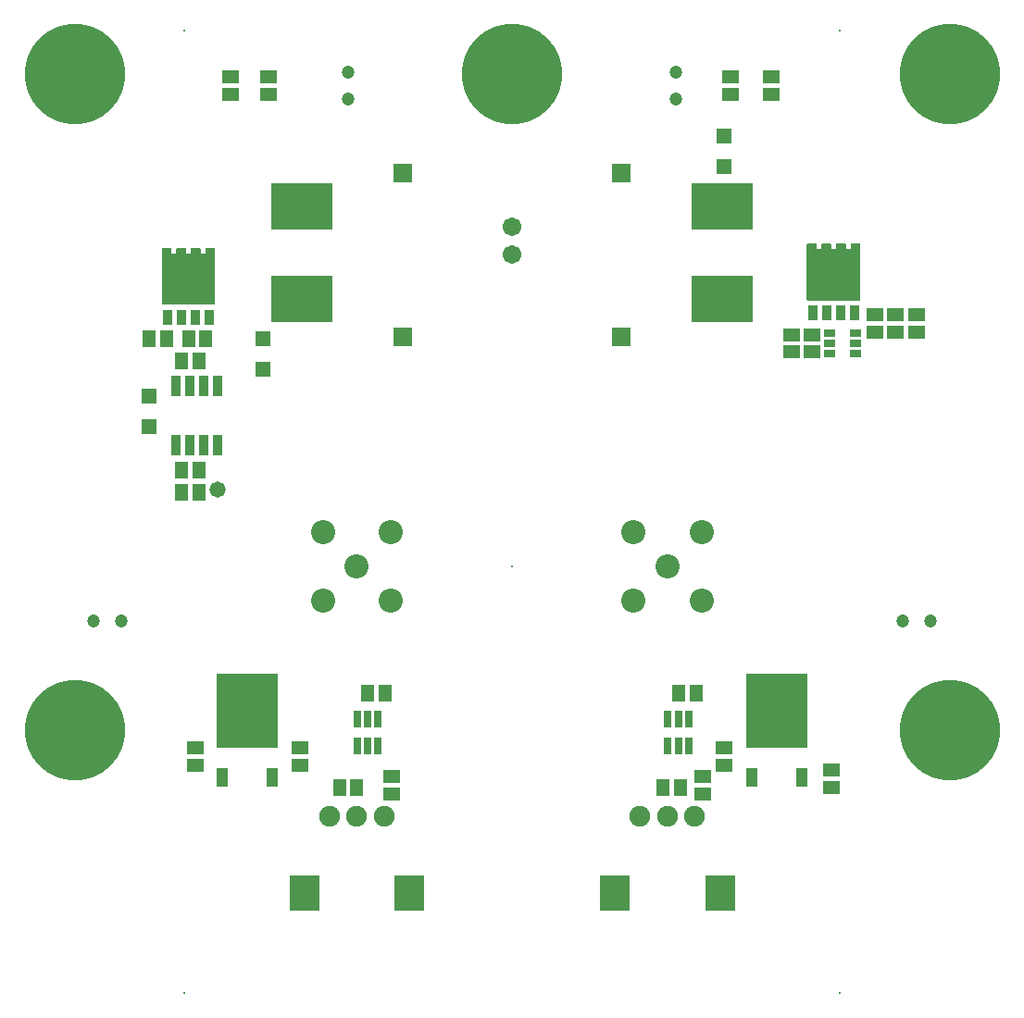
<source format=gts>
G04 Layer_Color=8388736*
%FSLAX44Y44*%
%MOMM*%
G71*
G01*
G75*
%ADD37R,1.0032X0.7032*%
%ADD38R,5.7032X4.2032*%
%ADD39R,1.4032X1.4032*%
%ADD40R,0.7532X1.5032*%
%ADD41R,0.8532X1.9532*%
%ADD42R,0.8532X1.4032*%
%ADD43R,1.2032X1.5032*%
%ADD44R,1.5032X1.2032*%
%ADD45R,1.1032X1.8032*%
%ADD46R,5.6532X6.8032*%
%ADD47R,1.7032X1.7032*%
%ADD48C,1.7032*%
%ADD49C,1.2032*%
%ADD50R,2.8032X3.2032*%
%ADD51C,1.9032*%
%ADD52C,9.2032*%
%ADD53C,2.2032*%
%ADD54C,0.2032*%
%ADD55C,1.4032*%
%ADD56C,3.4032*%
%ADD57C,1.4732*%
G36*
X727633Y1241260D02*
X727764Y1241234D01*
X727890Y1241191D01*
X728009Y1241132D01*
X728120Y1241058D01*
X728220Y1240970D01*
X728308Y1240870D01*
X728382Y1240759D01*
X728441Y1240640D01*
X728484Y1240514D01*
X728510Y1240383D01*
X728518Y1240250D01*
Y1235250D01*
Y1190250D01*
X728510Y1190117D01*
X728484Y1189986D01*
X728441Y1189860D01*
X728382Y1189741D01*
X728308Y1189630D01*
X728220Y1189530D01*
X728120Y1189442D01*
X728009Y1189368D01*
X727890Y1189309D01*
X727764Y1189267D01*
X727633Y1189240D01*
X727500Y1189232D01*
X680500D01*
X680367Y1189240D01*
X680237Y1189267D01*
X680110Y1189309D01*
X679991Y1189368D01*
X679880Y1189442D01*
X679780Y1189530D01*
X679692Y1189630D01*
X679618Y1189741D01*
X679559Y1189860D01*
X679517Y1189986D01*
X679491Y1190117D01*
X679482Y1190250D01*
Y1235250D01*
Y1240250D01*
X679491Y1240383D01*
X679517Y1240514D01*
X679559Y1240640D01*
X679618Y1240759D01*
X679692Y1240870D01*
X679780Y1240970D01*
X679880Y1241058D01*
X679991Y1241132D01*
X680110Y1241191D01*
X680237Y1241234D01*
X680367Y1241260D01*
X680500Y1241268D01*
X687500D01*
X687633Y1241260D01*
X687764Y1241234D01*
X687890Y1241191D01*
X688009Y1241132D01*
X688120Y1241058D01*
X688220Y1240970D01*
X688308Y1240870D01*
X688382Y1240759D01*
X688441Y1240640D01*
X688484Y1240514D01*
X688510Y1240383D01*
X688518Y1240250D01*
Y1236268D01*
X692832D01*
Y1240250D01*
X692840Y1240383D01*
X692867Y1240514D01*
X692909Y1240640D01*
X692968Y1240759D01*
X693042Y1240870D01*
X693130Y1240970D01*
X693230Y1241058D01*
X693341Y1241132D01*
X693460Y1241191D01*
X693587Y1241234D01*
X693717Y1241260D01*
X693850Y1241268D01*
X700850D01*
X700983Y1241260D01*
X701114Y1241234D01*
X701240Y1241191D01*
X701359Y1241132D01*
X701470Y1241058D01*
X701570Y1240970D01*
X701658Y1240870D01*
X701732Y1240759D01*
X701791Y1240640D01*
X701833Y1240514D01*
X701860Y1240383D01*
X701868Y1240250D01*
Y1236268D01*
X706132D01*
Y1240250D01*
X706141Y1240383D01*
X706167Y1240514D01*
X706209Y1240640D01*
X706268Y1240759D01*
X706342Y1240870D01*
X706430Y1240970D01*
X706530Y1241058D01*
X706641Y1241132D01*
X706760Y1241191D01*
X706887Y1241234D01*
X707017Y1241260D01*
X707150Y1241268D01*
X714150D01*
X714283Y1241260D01*
X714414Y1241234D01*
X714540Y1241191D01*
X714659Y1241132D01*
X714770Y1241058D01*
X714870Y1240970D01*
X714958Y1240870D01*
X715032Y1240759D01*
X715091Y1240640D01*
X715134Y1240514D01*
X715160Y1240383D01*
X715168Y1240250D01*
Y1236268D01*
X719482D01*
Y1240250D01*
X719491Y1240383D01*
X719517Y1240514D01*
X719559Y1240640D01*
X719618Y1240759D01*
X719692Y1240870D01*
X719780Y1240970D01*
X719880Y1241058D01*
X719991Y1241132D01*
X720110Y1241191D01*
X720237Y1241234D01*
X720367Y1241260D01*
X720500Y1241268D01*
X727500D01*
X727633Y1241260D01*
D02*
G37*
G36*
X1317633Y1245259D02*
X1317764Y1245234D01*
X1317890Y1245191D01*
X1318009Y1245132D01*
X1318120Y1245058D01*
X1318220Y1244970D01*
X1318308Y1244870D01*
X1318382Y1244759D01*
X1318441Y1244640D01*
X1318483Y1244513D01*
X1318510Y1244383D01*
X1318518Y1244250D01*
Y1239250D01*
Y1194250D01*
X1318510Y1194117D01*
X1318483Y1193987D01*
X1318441Y1193860D01*
X1318382Y1193741D01*
X1318308Y1193630D01*
X1318220Y1193530D01*
X1318120Y1193442D01*
X1318009Y1193368D01*
X1317890Y1193309D01*
X1317764Y1193267D01*
X1317633Y1193241D01*
X1317500Y1193232D01*
X1270500D01*
X1270367Y1193241D01*
X1270237Y1193267D01*
X1270110Y1193309D01*
X1269991Y1193368D01*
X1269880Y1193442D01*
X1269780Y1193530D01*
X1269692Y1193630D01*
X1269618Y1193741D01*
X1269559Y1193860D01*
X1269517Y1193987D01*
X1269491Y1194117D01*
X1269482Y1194250D01*
Y1239250D01*
Y1244250D01*
X1269491Y1244383D01*
X1269517Y1244513D01*
X1269559Y1244640D01*
X1269618Y1244759D01*
X1269692Y1244870D01*
X1269780Y1244970D01*
X1269880Y1245058D01*
X1269991Y1245132D01*
X1270110Y1245191D01*
X1270237Y1245234D01*
X1270367Y1245259D01*
X1270500Y1245268D01*
X1277500D01*
X1277633Y1245259D01*
X1277764Y1245234D01*
X1277890Y1245191D01*
X1278009Y1245132D01*
X1278120Y1245058D01*
X1278220Y1244970D01*
X1278308Y1244870D01*
X1278382Y1244759D01*
X1278441Y1244640D01*
X1278484Y1244513D01*
X1278510Y1244383D01*
X1278518Y1244250D01*
Y1240268D01*
X1282832D01*
Y1244250D01*
X1282841Y1244383D01*
X1282867Y1244513D01*
X1282909Y1244640D01*
X1282968Y1244759D01*
X1283042Y1244870D01*
X1283130Y1244970D01*
X1283230Y1245058D01*
X1283341Y1245132D01*
X1283460Y1245191D01*
X1283586Y1245234D01*
X1283717Y1245259D01*
X1283850Y1245268D01*
X1290850D01*
X1290983Y1245259D01*
X1291113Y1245234D01*
X1291240Y1245191D01*
X1291359Y1245132D01*
X1291470Y1245058D01*
X1291570Y1244970D01*
X1291658Y1244870D01*
X1291732Y1244759D01*
X1291791Y1244640D01*
X1291833Y1244513D01*
X1291859Y1244383D01*
X1291868Y1244250D01*
Y1240268D01*
X1296132D01*
Y1244250D01*
X1296140Y1244383D01*
X1296167Y1244513D01*
X1296209Y1244640D01*
X1296268Y1244759D01*
X1296342Y1244870D01*
X1296430Y1244970D01*
X1296530Y1245058D01*
X1296641Y1245132D01*
X1296760Y1245191D01*
X1296886Y1245234D01*
X1297017Y1245259D01*
X1297150Y1245268D01*
X1304150D01*
X1304283Y1245259D01*
X1304413Y1245234D01*
X1304540Y1245191D01*
X1304659Y1245132D01*
X1304770Y1245058D01*
X1304870Y1244970D01*
X1304958Y1244870D01*
X1305032Y1244759D01*
X1305091Y1244640D01*
X1305134Y1244513D01*
X1305159Y1244383D01*
X1305168Y1244250D01*
Y1240268D01*
X1309482D01*
Y1244250D01*
X1309491Y1244383D01*
X1309516Y1244513D01*
X1309559Y1244640D01*
X1309618Y1244759D01*
X1309692Y1244870D01*
X1309780Y1244970D01*
X1309880Y1245058D01*
X1309991Y1245132D01*
X1310110Y1245191D01*
X1310237Y1245234D01*
X1310367Y1245259D01*
X1310500Y1245268D01*
X1317500D01*
X1317633Y1245259D01*
D02*
G37*
D37*
X1290000Y1163500D02*
D03*
Y1154000D02*
D03*
Y1144500D02*
D03*
X1314000D02*
D03*
Y1154000D02*
D03*
Y1163500D02*
D03*
D38*
X1192000Y1279350D02*
D03*
Y1194350D02*
D03*
X808000Y1279350D02*
D03*
Y1194350D02*
D03*
D39*
X772000Y1158000D02*
D03*
Y1130000D02*
D03*
X668000Y1106000D02*
D03*
Y1078000D02*
D03*
X1194000Y1344000D02*
D03*
Y1316000D02*
D03*
D40*
X1142500Y810000D02*
D03*
X1152000D02*
D03*
X1161500D02*
D03*
Y786000D02*
D03*
X1152000D02*
D03*
X1142500D02*
D03*
X858500Y810000D02*
D03*
X868000D02*
D03*
X877500D02*
D03*
Y786000D02*
D03*
X868000D02*
D03*
X858500D02*
D03*
D41*
X692950Y1060750D02*
D03*
X705650D02*
D03*
X718350D02*
D03*
X731050D02*
D03*
X692950Y1115250D02*
D03*
X705650D02*
D03*
X718350D02*
D03*
X731050D02*
D03*
D42*
X1274950Y1181750D02*
D03*
X1287650D02*
D03*
X1300350D02*
D03*
X1313050D02*
D03*
X1314066Y1237940D02*
D03*
X1300604D02*
D03*
X1287396D02*
D03*
X1273934D02*
D03*
X684950Y1177750D02*
D03*
X697650D02*
D03*
X710350D02*
D03*
X723050D02*
D03*
X724066Y1233940D02*
D03*
X710604D02*
D03*
X697396D02*
D03*
X683934D02*
D03*
D43*
X668000Y1158000D02*
D03*
X684000D02*
D03*
X858000Y748000D02*
D03*
X842000D02*
D03*
X1168000Y834000D02*
D03*
X1152000D02*
D03*
X868000D02*
D03*
X884000D02*
D03*
X1154000Y748000D02*
D03*
X1138000D02*
D03*
X698000Y1018000D02*
D03*
X714000D02*
D03*
X698000Y1038000D02*
D03*
X714000D02*
D03*
X720000Y1158000D02*
D03*
X704000D02*
D03*
X714000Y1138000D02*
D03*
X698000D02*
D03*
D44*
X1237334Y1382001D02*
D03*
Y1398001D02*
D03*
X1200000Y1382001D02*
D03*
Y1398001D02*
D03*
X742664Y1382000D02*
D03*
Y1398000D02*
D03*
X777332Y1382000D02*
D03*
Y1398000D02*
D03*
X1292000Y748000D02*
D03*
Y764000D02*
D03*
X806000Y768000D02*
D03*
Y784000D02*
D03*
X710000D02*
D03*
Y768000D02*
D03*
X1174000Y758000D02*
D03*
Y742000D02*
D03*
X1332000Y1180000D02*
D03*
Y1164000D02*
D03*
X1370000Y1180000D02*
D03*
Y1164000D02*
D03*
X1350000Y1180000D02*
D03*
Y1164000D02*
D03*
X1256000Y1146000D02*
D03*
Y1162000D02*
D03*
X1274000Y1146000D02*
D03*
Y1162000D02*
D03*
X1194000Y768000D02*
D03*
Y784000D02*
D03*
X890000Y758000D02*
D03*
Y742000D02*
D03*
D45*
X735200Y757000D02*
D03*
X780800D02*
D03*
X1219200D02*
D03*
X1264800D02*
D03*
D46*
X758000Y818000D02*
D03*
X1242000D02*
D03*
D47*
X900000Y1310000D02*
D03*
X1100000D02*
D03*
X900000Y1160000D02*
D03*
X1100000D02*
D03*
D48*
X1000000Y1260600D02*
D03*
Y1235200D02*
D03*
D49*
X850000Y1377500D02*
D03*
Y1402500D02*
D03*
X617500Y900000D02*
D03*
X642500D02*
D03*
X1382500D02*
D03*
X1357500D02*
D03*
X1150000Y1377500D02*
D03*
Y1402500D02*
D03*
D50*
X906000Y651001D02*
D03*
X810000D02*
D03*
X1190000D02*
D03*
X1094000D02*
D03*
D51*
X858000Y721001D02*
D03*
X833000D02*
D03*
X883000D02*
D03*
X1142000D02*
D03*
X1117000D02*
D03*
X1167000D02*
D03*
D52*
X1000000Y1400000D02*
D03*
X600000Y800000D02*
D03*
X1400000D02*
D03*
Y1400000D02*
D03*
X600000D02*
D03*
D53*
X889250Y981250D02*
D03*
Y918750D02*
D03*
X826750Y981250D02*
D03*
Y918750D02*
D03*
X858000Y950000D02*
D03*
X1173250Y981250D02*
D03*
Y918750D02*
D03*
X1110750Y981250D02*
D03*
Y918750D02*
D03*
X1142000Y950000D02*
D03*
D54*
X700000Y1440000D02*
D03*
X1300000D02*
D03*
X700000Y560000D02*
D03*
X1300000D02*
D03*
X1000000Y950000D02*
D03*
D55*
X1024000Y1424000D02*
D03*
Y1376000D02*
D03*
X976000D02*
D03*
Y1424000D02*
D03*
X1035000Y1400000D02*
D03*
X1000000Y1365000D02*
D03*
X965000Y1400000D02*
D03*
X1000000Y1435000D02*
D03*
X600000Y835000D02*
D03*
X565000Y800000D02*
D03*
X600000Y765000D02*
D03*
X635000Y800000D02*
D03*
X576000Y824000D02*
D03*
Y776000D02*
D03*
X624000D02*
D03*
Y824000D02*
D03*
X1400000Y835000D02*
D03*
X1365000Y800000D02*
D03*
X1400000Y765000D02*
D03*
X1435000Y800000D02*
D03*
X1376000Y824000D02*
D03*
Y776000D02*
D03*
X1424000D02*
D03*
Y824000D02*
D03*
X1400000Y1435000D02*
D03*
X1365000Y1400000D02*
D03*
X1400000Y1365000D02*
D03*
X1435000Y1400000D02*
D03*
X1376000Y1424000D02*
D03*
Y1376000D02*
D03*
X1424000D02*
D03*
Y1424000D02*
D03*
X600000Y1435000D02*
D03*
X565000Y1400000D02*
D03*
X600000Y1365000D02*
D03*
X635000Y1400000D02*
D03*
X576000Y1424000D02*
D03*
Y1376000D02*
D03*
X624000D02*
D03*
Y1424000D02*
D03*
D56*
X1000000Y1400000D02*
D03*
X600000Y800000D02*
D03*
X1400000D02*
D03*
Y1400000D02*
D03*
X600000D02*
D03*
D57*
X731050Y1020000D02*
D03*
M02*

</source>
